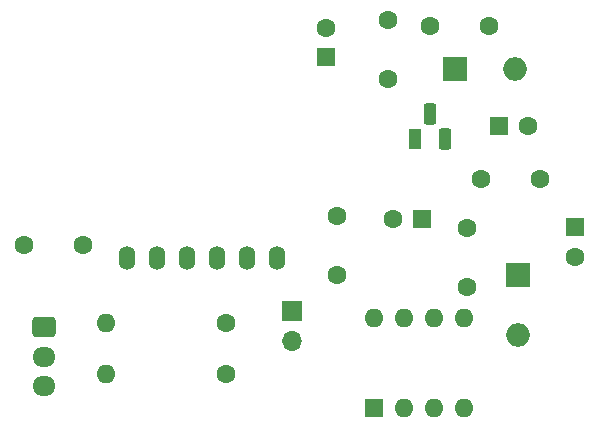
<source format=gbr>
%TF.GenerationSoftware,KiCad,Pcbnew,7.0.9*%
%TF.CreationDate,2023-12-11T15:29:27+01:00*%
%TF.ProjectId,MPX5100DP-THT-board,4d505835-3130-4304-9450-2d5448542d62,1.2*%
%TF.SameCoordinates,Original*%
%TF.FileFunction,Copper,L1,Top*%
%TF.FilePolarity,Positive*%
%FSLAX46Y46*%
G04 Gerber Fmt 4.6, Leading zero omitted, Abs format (unit mm)*
G04 Created by KiCad (PCBNEW 7.0.9) date 2023-12-11 15:29:27*
%MOMM*%
%LPD*%
G01*
G04 APERTURE LIST*
G04 Aperture macros list*
%AMRoundRect*
0 Rectangle with rounded corners*
0 $1 Rounding radius*
0 $2 $3 $4 $5 $6 $7 $8 $9 X,Y pos of 4 corners*
0 Add a 4 corners polygon primitive as box body*
4,1,4,$2,$3,$4,$5,$6,$7,$8,$9,$2,$3,0*
0 Add four circle primitives for the rounded corners*
1,1,$1+$1,$2,$3*
1,1,$1+$1,$4,$5*
1,1,$1+$1,$6,$7*
1,1,$1+$1,$8,$9*
0 Add four rect primitives between the rounded corners*
20,1,$1+$1,$2,$3,$4,$5,0*
20,1,$1+$1,$4,$5,$6,$7,0*
20,1,$1+$1,$6,$7,$8,$9,0*
20,1,$1+$1,$8,$9,$2,$3,0*%
G04 Aperture macros list end*
%TA.AperFunction,ComponentPad*%
%ADD10C,1.600000*%
%TD*%
%TA.AperFunction,ComponentPad*%
%ADD11O,1.400000X2.000000*%
%TD*%
%TA.AperFunction,ComponentPad*%
%ADD12R,1.600000X1.600000*%
%TD*%
%TA.AperFunction,ComponentPad*%
%ADD13RoundRect,0.250000X-0.725000X0.600000X-0.725000X-0.600000X0.725000X-0.600000X0.725000X0.600000X0*%
%TD*%
%TA.AperFunction,ComponentPad*%
%ADD14O,1.950000X1.700000*%
%TD*%
%TA.AperFunction,ComponentPad*%
%ADD15R,2.000000X2.000000*%
%TD*%
%TA.AperFunction,ComponentPad*%
%ADD16O,2.000000X2.000000*%
%TD*%
%TA.AperFunction,ComponentPad*%
%ADD17R,1.700000X1.700000*%
%TD*%
%TA.AperFunction,ComponentPad*%
%ADD18O,1.700000X1.700000*%
%TD*%
%TA.AperFunction,ComponentPad*%
%ADD19R,1.100000X1.800000*%
%TD*%
%TA.AperFunction,ComponentPad*%
%ADD20RoundRect,0.275000X-0.275000X-0.625000X0.275000X-0.625000X0.275000X0.625000X-0.275000X0.625000X0*%
%TD*%
%TA.AperFunction,ComponentPad*%
%ADD21O,1.600000X1.600000*%
%TD*%
G04 APERTURE END LIST*
D10*
%TO.P,C9,1*%
%TO.N,Net-(J2-Pin_2)*%
X79756000Y-43688000D03*
%TO.P,C9,2*%
%TO.N,GND*%
X79756000Y-48688000D03*
%TD*%
D11*
%TO.P,U3,1,Vout*%
%TO.N,Net-(U3-Vout)*%
X50947848Y-46226000D03*
%TO.P,U3,2,GND*%
%TO.N,GND*%
X53487848Y-46226000D03*
%TO.P,U3,3,Vs*%
%TO.N,Net-(J2-Pin_2)*%
X56027848Y-46226000D03*
%TO.P,U3,4,DNC*%
%TO.N,unconnected-(U3-DNC-Pad4)*%
X58567848Y-46226000D03*
%TO.P,U3,5,DNC*%
%TO.N,unconnected-(U3-DNC-Pad5)*%
X61107848Y-46226000D03*
%TO.P,U3,6,DNC*%
%TO.N,unconnected-(U3-DNC-Pad6)*%
X63647848Y-46226000D03*
%TD*%
D10*
%TO.P,C8,1*%
%TO.N,Net-(J2-Pin_2)*%
X80899000Y-39497000D03*
%TO.P,C8,2*%
%TO.N,GND*%
X85899000Y-39497000D03*
%TD*%
D12*
%TO.P,C1,1*%
%TO.N,Net-(D1-K)*%
X88900000Y-43601000D03*
D10*
%TO.P,C1,2*%
%TO.N,Net-(U1-CAP+)*%
X88900000Y-46101000D03*
%TD*%
%TO.P,C6,1*%
%TO.N,Net-(J2-Pin_1)*%
X68707000Y-42672000D03*
%TO.P,C6,2*%
%TO.N,GND*%
X68707000Y-47672000D03*
%TD*%
D13*
%TO.P,J1,1,GND*%
%TO.N,GND*%
X43942000Y-52070000D03*
D14*
%TO.P,J1,2,Signal*%
%TO.N,Net-(J1-Signal)*%
X43942000Y-54570000D03*
%TO.P,J1,3,3.3V*%
%TO.N,+3.3V*%
X43942000Y-57070000D03*
%TD*%
D10*
%TO.P,C3,1*%
%TO.N,Net-(D2-K)*%
X76581000Y-26543000D03*
%TO.P,C3,2*%
%TO.N,GND*%
X81581000Y-26543000D03*
%TD*%
D12*
%TO.P,C7,1*%
%TO.N,Net-(J2-Pin_2)*%
X75946000Y-42926000D03*
D10*
%TO.P,C7,2*%
%TO.N,GND*%
X73446000Y-42926000D03*
%TD*%
D12*
%TO.P,C2,1*%
%TO.N,Net-(D2-K)*%
X82423000Y-35052000D03*
D10*
%TO.P,C2,2*%
%TO.N,GND*%
X84923000Y-35052000D03*
%TD*%
D15*
%TO.P,D2,1,K*%
%TO.N,Net-(D2-K)*%
X78740000Y-30226000D03*
D16*
%TO.P,D2,2,A*%
%TO.N,Net-(D1-K)*%
X83820000Y-30226000D03*
%TD*%
D17*
%TO.P,J2,1,Pin_1*%
%TO.N,Net-(J2-Pin_1)*%
X64897000Y-50673000D03*
D18*
%TO.P,J2,2,Pin_2*%
%TO.N,Net-(J2-Pin_2)*%
X64897000Y-53213000D03*
%TD*%
D19*
%TO.P,U4,1,GND*%
%TO.N,GND*%
X75311000Y-36087000D03*
D20*
%TO.P,U4,2,VI*%
%TO.N,Net-(D2-K)*%
X76581000Y-34017000D03*
%TO.P,U4,3,VO*%
%TO.N,Net-(J2-Pin_1)*%
X77851000Y-36087000D03*
%TD*%
D10*
%TO.P,R1,1*%
%TO.N,Net-(U3-Vout)*%
X59309000Y-51689000D03*
D21*
%TO.P,R1,2*%
%TO.N,Net-(J1-Signal)*%
X49149000Y-51689000D03*
%TD*%
D12*
%TO.P,U1,1,NC*%
%TO.N,unconnected-(U1-NC-Pad1)*%
X71882000Y-58928000D03*
D21*
%TO.P,U1,2,CAP+*%
%TO.N,Net-(U1-CAP+)*%
X74422000Y-58928000D03*
%TO.P,U1,3,GND*%
%TO.N,GND*%
X76962000Y-58928000D03*
%TO.P,U1,4,CAP-*%
%TO.N,unconnected-(U1-CAP--Pad4)*%
X79502000Y-58928000D03*
%TO.P,U1,5,VOUT*%
%TO.N,GND*%
X79502000Y-51308000D03*
%TO.P,U1,6,LV*%
X76962000Y-51308000D03*
%TO.P,U1,7,OSC*%
%TO.N,unconnected-(U1-OSC-Pad7)*%
X74422000Y-51308000D03*
%TO.P,U1,8,V+*%
%TO.N,+3.3V*%
X71882000Y-51308000D03*
%TD*%
D10*
%TO.P,C10,1*%
%TO.N,Net-(U3-Vout)*%
X47204000Y-45085000D03*
%TO.P,C10,2*%
%TO.N,GND*%
X42204000Y-45085000D03*
%TD*%
%TO.P,R2,1*%
%TO.N,GND*%
X59309000Y-56007000D03*
D21*
%TO.P,R2,2*%
%TO.N,Net-(J1-Signal)*%
X49149000Y-56007000D03*
%TD*%
D15*
%TO.P,D1,1,K*%
%TO.N,Net-(D1-K)*%
X84074000Y-47625000D03*
D16*
%TO.P,D1,2,A*%
%TO.N,+3.3V*%
X84074000Y-52705000D03*
%TD*%
D12*
%TO.P,C4,1*%
%TO.N,Net-(J2-Pin_1)*%
X67818000Y-29210000D03*
D10*
%TO.P,C4,2*%
%TO.N,GND*%
X67818000Y-26710000D03*
%TD*%
%TO.P,C5,1*%
%TO.N,Net-(J2-Pin_1)*%
X73025000Y-31035000D03*
%TO.P,C5,2*%
%TO.N,GND*%
X73025000Y-26035000D03*
%TD*%
M02*

</source>
